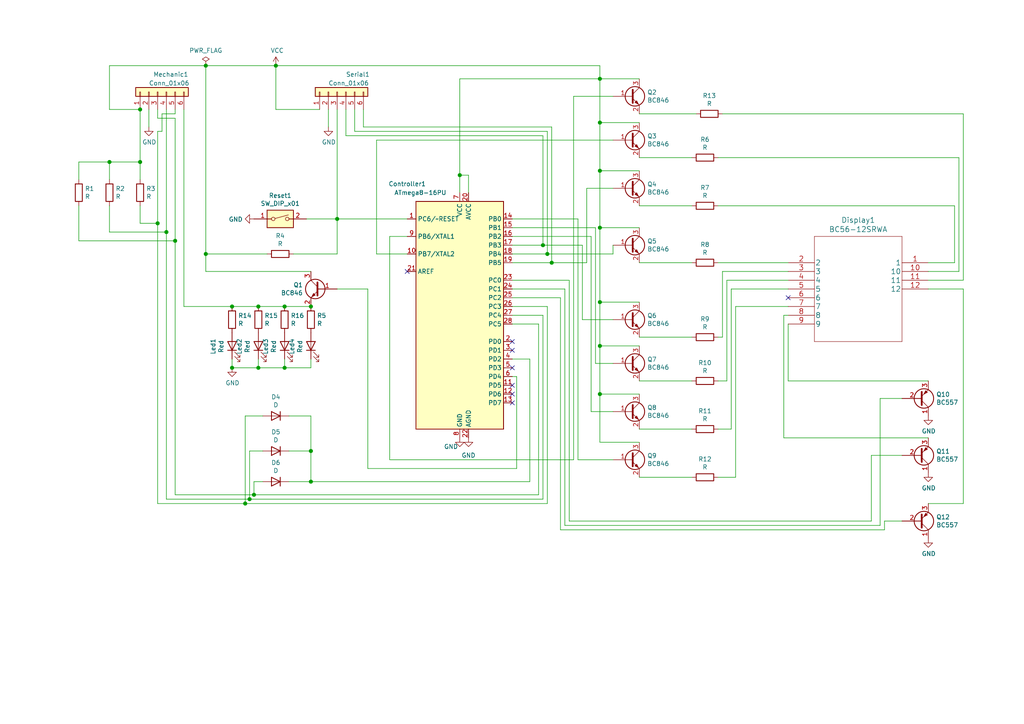
<source format=kicad_sch>
(kicad_sch (version 20210621) (generator eeschema)
  (paper "A4")
  (title_block (title "Avr Timer") (date "2022-03-31") (rev "0"))
  (lib_symbols
    (symbol "2022-03-31_18-42-15:BC56-12SRWA" (pin_names (offset 0.254))
      (property "Reference" "LED" (at 20.32 12.7 0))
      (property "Value" "BC56-12SRWA" (at 20.32 10.16 0))
      (symbol "BC56-12SRWA_1_1"
        (polyline (pts (xy 7.62 -22.86) (xy 33.02 -22.86)) (stroke (width 0.127)))
        (polyline (pts (xy 7.62 7.62) (xy 7.62 -22.86)) (stroke (width 0.127)))
        (polyline (pts (xy 33.02 -22.86) (xy 33.02 7.62)) (stroke (width 0.127)))
        (polyline (pts (xy 33.02 7.62) (xy 7.62 7.62)) (stroke (width 0.127)))
        (pin unspecified line (at 40.64 0 180) (length 7.62) (name "1") (number "1"))
        (pin unspecified line (at 40.64 -2.54 180) (length 7.62) (name "10") (number "10"))
        (pin unspecified line (at 40.64 -5.08 180) (length 7.62) (name "11") (number "11"))
        (pin unspecified line (at 40.64 -7.62 180) (length 7.62) (name "12") (number "12"))
        (pin unspecified line (at 0 0 0) (length 7.62) (name "2") (number "2"))
        (pin unspecified line (at 0 -2.54 0) (length 7.62) (name "3") (number "3"))
        (pin unspecified line (at 0 -5.08 0) (length 7.62) (name "4") (number "4"))
        (pin unspecified line (at 0 -7.62 0) (length 7.62) (name "5") (number "5"))
        (pin unspecified line (at 0 -10.16 0) (length 7.62) (name "6") (number "6"))
        (pin unspecified line (at 0 -12.7 0) (length 7.62) (name "7") (number "7"))
        (pin unspecified line (at 0 -15.24 0) (length 7.62) (name "8") (number "8"))
        (pin unspecified line (at 0 -17.78 0) (length 7.62) (name "9") (number "9"))
      )
    )
    (symbol "AvrTimer-rescue:ATmega8-16PU-MCU_Microchip_ATmega"
      (property "Reference" "U" (at -12.7 34.29 0))
      (property "Value" "ATmega8-16PU-MCU_Microchip_ATmega" (at 5.08 -34.29 0))
      (symbol "ATmega8-16PU-MCU_Microchip_ATmega_0_1"
        (rectangle (start -12.7 -33.02) (end 12.7 33.02) (stroke (width 0.254)) (fill (type background)))
      )
      (symbol "ATmega8-16PU-MCU_Microchip_ATmega_1_1"
        (pin bidirectional line (at -15.24 27.94 0) (length 2.54) (name "PC6/~RESET") (number "1"))
        (pin bidirectional line (at -15.24 17.78 0) (length 2.54) (name "PB7/XTAL2") (number "10"))
        (pin bidirectional line (at 15.24 -20.32 180) (length 2.54) (name "PD5") (number "11"))
        (pin bidirectional line (at 15.24 -22.86 180) (length 2.54) (name "PD6") (number "12"))
        (pin bidirectional line (at 15.24 -25.4 180) (length 2.54) (name "PD7") (number "13"))
        (pin bidirectional line (at 15.24 27.94 180) (length 2.54) (name "PB0") (number "14"))
        (pin bidirectional line (at 15.24 25.4 180) (length 2.54) (name "PB1") (number "15"))
        (pin bidirectional line (at 15.24 22.86 180) (length 2.54) (name "PB2") (number "16"))
        (pin bidirectional line (at 15.24 20.32 180) (length 2.54) (name "PB3") (number "17"))
        (pin bidirectional line (at 15.24 17.78 180) (length 2.54) (name "PB4") (number "18"))
        (pin bidirectional line (at 15.24 15.24 180) (length 2.54) (name "PB5") (number "19"))
        (pin bidirectional line (at 15.24 -7.62 180) (length 2.54) (name "PD0") (number "2"))
        (pin power_in line (at 2.54 35.56 270) (length 2.54) (name "AVCC") (number "20"))
        (pin passive line (at -15.24 12.7 0) (length 2.54) (name "AREF") (number "21"))
        (pin power_in line (at 2.54 -35.56 90) (length 2.54) (name "AGND") (number "22"))
        (pin bidirectional line (at 15.24 10.16 180) (length 2.54) (name "PC0") (number "23"))
        (pin bidirectional line (at 15.24 7.62 180) (length 2.54) (name "PC1") (number "24"))
        (pin bidirectional line (at 15.24 5.08 180) (length 2.54) (name "PC2") (number "25"))
        (pin bidirectional line (at 15.24 2.54 180) (length 2.54) (name "PC3") (number "26"))
        (pin bidirectional line (at 15.24 0 180) (length 2.54) (name "PC4") (number "27"))
        (pin bidirectional line (at 15.24 -2.54 180) (length 2.54) (name "PC5") (number "28"))
        (pin bidirectional line (at 15.24 -10.16 180) (length 2.54) (name "PD1") (number "3"))
        (pin bidirectional line (at 15.24 -12.7 180) (length 2.54) (name "PD2") (number "4"))
        (pin bidirectional line (at 15.24 -15.24 180) (length 2.54) (name "PD3") (number "5"))
        (pin bidirectional line (at 15.24 -17.78 180) (length 2.54) (name "PD4") (number "6"))
        (pin power_in line (at 0 35.56 270) (length 2.54) (name "VCC") (number "7"))
        (pin power_in line (at 0 -35.56 90) (length 2.54) (name "GND") (number "8"))
        (pin bidirectional line (at -15.24 22.86 0) (length 2.54) (name "PB6/XTAL1") (number "9"))
      )
    )
    (symbol "AvrTimer-rescue:BC557-Transistor_BJT" (pin_names (offset 0) hide)
      (property "Reference" "Q" (at 5.08 1.905 0))
      (property "Value" "BC557-Transistor_BJT" (at 5.08 0 0))
      (symbol "BC557-Transistor_BJT_0_1"
        (circle (center 1.27 0) (radius 2.8194) (stroke (width 0.254)))
        (polyline (pts (xy 0.635 0.635) (xy 2.54 2.54)))
        (polyline (pts (xy 0.635 -0.635) (xy 2.54 -2.54) (xy 2.54 -2.54)))
        (polyline (pts (xy 0.635 1.905) (xy 0.635 -1.905) (xy 0.635 -1.905)) (stroke (width 0.508)))
        (polyline (pts (xy 2.286 -1.778) (xy 1.778 -2.286) (xy 1.27 -1.27) (xy 2.286 -1.778) (xy 2.286 -1.778)) (fill (type outline)))
      )
      (symbol "BC557-Transistor_BJT_1_1"
        (pin passive line (at 2.54 5.08 270) (length 2.54) (name "C") (number "1"))
        (pin input line (at -5.08 0 0) (length 5.715) (name "B") (number "2"))
        (pin passive line (at 2.54 -5.08 90) (length 2.54) (name "E") (number "3"))
      )
    )
    (symbol "AvrTimer-rescue:BC846-Transistor_BJT" (pin_names (offset 0) hide)
      (property "Reference" "Q" (at 5.08 1.905 0))
      (property "Value" "BC846-Transistor_BJT" (at 5.08 0 0))
      (symbol "BC846-Transistor_BJT_0_1"
        (circle (center 1.27 0) (radius 2.8194) (stroke (width 0.254)))
        (polyline (pts (xy 0.635 0.635) (xy 2.54 2.54)))
        (polyline (pts (xy 0.635 -0.635) (xy 2.54 -2.54) (xy 2.54 -2.54)))
        (polyline (pts (xy 0.635 1.905) (xy 0.635 -1.905) (xy 0.635 -1.905)) (stroke (width 0.508)))
        (polyline (pts (xy 1.27 -1.778) (xy 1.778 -1.27) (xy 2.286 -2.286) (xy 1.27 -1.778) (xy 1.27 -1.778)) (fill (type outline)))
      )
      (symbol "BC846-Transistor_BJT_1_1"
        (pin input line (at -5.08 0 0) (length 5.715) (name "B") (number "1"))
        (pin passive line (at 2.54 -5.08 90) (length 2.54) (name "E") (number "2"))
        (pin passive line (at 2.54 5.08 270) (length 2.54) (name "C") (number "3"))
      )
    )
    (symbol "AvrTimer-rescue:Conn_01x06-Connector_Generic" (pin_names (offset 1.016) hide)
      (property "Reference" "J" (at 0 7.62 0))
      (property "Value" "Conn_01x06-Connector_Generic" (at 0 -10.16 0))
      (symbol "Conn_01x06-Connector_Generic_1_1"
        (rectangle (start -1.27 -7.493) (end 0 -7.747) (stroke (width 0.1524)))
        (rectangle (start -1.27 -4.953) (end 0 -5.207) (stroke (width 0.1524)))
        (rectangle (start -1.27 -2.413) (end 0 -2.667) (stroke (width 0.1524)))
        (rectangle (start -1.27 0.127) (end 0 -0.127) (stroke (width 0.1524)))
        (rectangle (start -1.27 2.667) (end 0 2.413) (stroke (width 0.1524)))
        (rectangle (start -1.27 5.207) (end 0 4.953) (stroke (width 0.1524)))
        (rectangle (start -1.27 6.35) (end 1.27 -8.89) (stroke (width 0.254)) (fill (type background)))
        (pin passive line (at -5.08 5.08 0) (length 3.81) (name "Pin_1") (number "1"))
        (pin passive line (at -5.08 2.54 0) (length 3.81) (name "Pin_2") (number "2"))
        (pin passive line (at -5.08 0 0) (length 3.81) (name "Pin_3") (number "3"))
        (pin passive line (at -5.08 -2.54 0) (length 3.81) (name "Pin_4") (number "4"))
        (pin passive line (at -5.08 -5.08 0) (length 3.81) (name "Pin_5") (number "5"))
        (pin passive line (at -5.08 -7.62 0) (length 3.81) (name "Pin_6") (number "6"))
      )
    )
    (symbol "AvrTimer-rescue:D-Device" (pin_numbers hide) (pin_names (offset 1.016) hide)
      (property "Reference" "D" (at 0 2.54 0))
      (property "Value" "D-Device" (at 0 -2.54 0))
      (symbol "D-Device_0_1"
        (polyline (pts (xy -1.27 1.27) (xy -1.27 -1.27)) (stroke (width 0.254)))
        (polyline (pts (xy 1.27 0) (xy -1.27 0)))
        (polyline (pts (xy 1.27 1.27) (xy 1.27 -1.27) (xy -1.27 0) (xy 1.27 1.27)) (stroke (width 0.254)))
      )
      (symbol "D-Device_1_1"
        (pin passive line (at -3.81 0 0) (length 2.54) (name "K") (number "1"))
        (pin passive line (at 3.81 0 180) (length 2.54) (name "A") (number "2"))
      )
    )
    (symbol "AvrTimer-rescue:GND-power" (power) (pin_names (offset 0))
      (property "Value" "GND-power" (at 0 -3.81 0))
      (symbol "GND-power_0_1"
        (polyline (pts (xy 0 0) (xy 0 -1.27) (xy 1.27 -1.27) (xy 0 -2.54) (xy -1.27 -1.27) (xy 0 -1.27)))
      )
      (symbol "GND-power_1_1"
        (pin power_in line (at 0 0 270) (length 0) hide (name "GND") (number "1"))
      )
    )
    (symbol "AvrTimer-rescue:LED-Device" (pin_numbers hide) (pin_names (offset 1.016) hide)
      (property "Reference" "D" (at 0 2.54 0))
      (property "Value" "LED-Device" (at 0 -2.54 0))
      (symbol "LED-Device_0_1"
        (polyline (pts (xy -1.27 -1.27) (xy -1.27 1.27)) (stroke (width 0.254)))
        (polyline (pts (xy -1.27 0) (xy 1.27 0)))
        (polyline (pts (xy 1.27 -1.27) (xy 1.27 1.27) (xy -1.27 0) (xy 1.27 -1.27)) (stroke (width 0.254)))
        (polyline (pts (xy -3.048 -0.762) (xy -4.572 -2.286) (xy -3.81 -2.286) (xy -4.572 -2.286) (xy -4.572 -1.524)))
        (polyline (pts (xy -1.778 -0.762) (xy -3.302 -2.286) (xy -2.54 -2.286) (xy -3.302 -2.286) (xy -3.302 -1.524)))
      )
      (symbol "LED-Device_1_1"
        (pin passive line (at -3.81 0 0) (length 2.54) (name "K") (number "1"))
        (pin passive line (at 3.81 0 180) (length 2.54) (name "A") (number "2"))
      )
    )
    (symbol "AvrTimer-rescue:PWR_FLAG-power" (power) (pin_numbers hide) (pin_names (offset 0) hide)
      (property "Value" "PWR_FLAG-power" (at 0 3.81 0))
      (symbol "PWR_FLAG-power_0_0"
        (pin power_out line (at 0 0 90) (length 0) (name "pwr") (number "1"))
      )
      (symbol "PWR_FLAG-power_0_1"
        (polyline (pts (xy 0 0) (xy 0 1.27) (xy -1.016 1.905) (xy 0 2.54) (xy 1.016 1.905) (xy 0 1.27)))
      )
    )
    (symbol "AvrTimer-rescue:R-Device" (pin_numbers hide) (pin_names (offset 0))
      (property "Reference" "R" (at 2.032 0 90))
      (property "Value" "R-Device" (at 0 0 90))
      (symbol "R-Device_0_1"
        (rectangle (start -1.016 -2.54) (end 1.016 2.54) (stroke (width 0.254)))
      )
      (symbol "R-Device_1_1"
        (pin passive line (at 0 3.81 270) (length 1.27) (name "~") (number "1"))
        (pin passive line (at 0 -3.81 90) (length 1.27) (name "~") (number "2"))
      )
    )
    (symbol "AvrTimer-rescue:SW_DIP_x01-Switch" (pin_names (offset 0) hide)
      (property "Reference" "SW" (at 0 3.81 0))
      (property "Value" "SW_DIP_x01-Switch" (at 0 -3.81 0))
      (symbol "SW_DIP_x01-Switch_0_0"
        (circle (center -2.032 0) (radius 0.508))
        (circle (center 2.032 0) (radius 0.508))
        (polyline (pts (xy -1.524 0.127) (xy 2.3622 1.1684)))
      )
      (symbol "SW_DIP_x01-Switch_0_1"
        (rectangle (start -3.81 2.54) (end 3.81 -2.54) (stroke (width 0.254)) (fill (type background)))
      )
      (symbol "SW_DIP_x01-Switch_1_1"
        (pin passive line (at -7.62 0 0) (length 5.08) (name "~") (number "1"))
        (pin passive line (at 7.62 0 180) (length 5.08) (name "~") (number "2"))
      )
    )
    (symbol "AvrTimer-rescue:VCC-power" (power) (pin_names (offset 0))
      (property "Value" "VCC-power" (at 0 3.81 0))
      (symbol "VCC-power_0_1"
        (polyline (pts (xy -0.762 1.27) (xy 0 2.54)))
        (polyline (pts (xy 0 0) (xy 0 2.54)))
        (polyline (pts (xy 0 2.54) (xy 0.762 1.27)))
      )
      (symbol "VCC-power_1_1"
        (pin power_in line (at 0 0 90) (length 0) hide (name "VCC") (number "1"))
      )
    )
    (symbol "power:GND" (power) (pin_names (offset 0))
      (property "Value" "GND" (at 0 -3.81 0))
      (symbol "GND_0_1"
        (polyline (pts (xy 0 0) (xy 0 -1.27) (xy 1.27 -1.27) (xy 0 -2.54) (xy -1.27 -1.27) (xy 0 -1.27)))
      )
      (symbol "GND_1_1"
        (pin power_in line (at 0 0 270) (length 0) hide (name "GND") (number "1"))
      )
    )
  )
  (junction (at 31.75 46.99) (diameter 1.016))
  (junction (at 40.64 31.75) (diameter 1.016))
  (junction (at 40.64 46.99) (diameter 1.016))
  (junction (at 45.72 64.77) (diameter 1.016))
  (junction (at 48.26 67.31) (diameter 1.016))
  (junction (at 50.8 69.85) (diameter 1.016))
  (junction (at 59.69 19.05) (diameter 1.016))
  (junction (at 59.69 73.66) (diameter 1.016))
  (junction (at 67.31 88.9) (diameter 1.016))
  (junction (at 67.31 106.68) (diameter 1.016))
  (junction (at 71.12 146.05) (diameter 1.016))
  (junction (at 72.39 144.78) (diameter 1.016))
  (junction (at 73.66 143.51) (diameter 1.016))
  (junction (at 74.93 88.9) (diameter 1.016))
  (junction (at 74.93 106.68) (diameter 1.016))
  (junction (at 80.01 19.05) (diameter 1.016))
  (junction (at 82.55 88.9) (diameter 1.016))
  (junction (at 82.55 106.68) (diameter 1.016))
  (junction (at 90.17 88.9) (diameter 1.016))
  (junction (at 90.17 130.81) (diameter 1.016))
  (junction (at 90.17 139.7) (diameter 1.016))
  (junction (at 97.79 63.5) (diameter 1.016))
  (junction (at 133.35 50.8) (diameter 1.016))
  (junction (at 157.48 71.12) (diameter 1.016))
  (junction (at 158.75 73.66) (diameter 1.016))
  (junction (at 160.02 76.2) (diameter 1.016))
  (junction (at 173.99 22.86) (diameter 1.016))
  (junction (at 173.99 35.56) (diameter 1.016))
  (junction (at 173.99 49.53) (diameter 1.016))
  (junction (at 173.99 66.04) (diameter 1.016))
  (junction (at 173.99 87.63) (diameter 1.016))
  (junction (at 173.99 100.33) (diameter 1.016))
  (junction (at 173.99 114.3) (diameter 1.016))
  (no_connect (at 118.11 78.74))
  (no_connect (at 148.59 99.06))
  (no_connect (at 148.59 101.6))
  (no_connect (at 148.59 106.68))
  (no_connect (at 148.59 111.76))
  (no_connect (at 148.59 114.3))
  (no_connect (at 148.59 116.84))
  (no_connect (at 228.6 86.36))
  (wire (pts (xy 22.86 46.99) (xy 22.86 52.07)))
  (wire (pts (xy 22.86 59.69) (xy 22.86 69.85)))
  (wire (pts (xy 22.86 69.85) (xy 50.8 69.85)))
  (wire (pts (xy 31.75 19.05) (xy 59.69 19.05)))
  (wire (pts (xy 31.75 31.75) (xy 31.75 19.05)))
  (wire (pts (xy 31.75 46.99) (xy 22.86 46.99)))
  (wire (pts (xy 31.75 46.99) (xy 31.75 52.07)))
  (wire (pts (xy 31.75 46.99) (xy 40.64 46.99)))
  (wire (pts (xy 31.75 59.69) (xy 31.75 67.31)))
  (wire (pts (xy 31.75 67.31) (xy 48.26 67.31)))
  (wire (pts (xy 40.64 31.75) (xy 31.75 31.75)))
  (wire (pts (xy 40.64 31.75) (xy 40.64 46.99)))
  (wire (pts (xy 40.64 46.99) (xy 40.64 52.07)))
  (wire (pts (xy 40.64 59.69) (xy 40.64 64.77)))
  (wire (pts (xy 40.64 64.77) (xy 45.72 64.77)))
  (wire (pts (xy 43.18 31.75) (xy 43.18 36.83)))
  (wire (pts (xy 45.72 31.75) (xy 45.72 34.29)))
  (wire (pts (xy 45.72 34.29) (xy 50.8 34.29)))
  (wire (pts (xy 45.72 38.1) (xy 45.72 64.77)))
  (wire (pts (xy 45.72 38.1) (xy 46.99 38.1)))
  (wire (pts (xy 45.72 64.77) (xy 45.72 146.05)))
  (wire (pts (xy 45.72 146.05) (xy 71.12 146.05)))
  (wire (pts (xy 46.99 33.02) (xy 50.8 33.02)))
  (wire (pts (xy 46.99 38.1) (xy 46.99 33.02)))
  (wire (pts (xy 48.26 31.75) (xy 48.26 67.31)))
  (wire (pts (xy 48.26 67.31) (xy 48.26 144.78)))
  (wire (pts (xy 48.26 144.78) (xy 72.39 144.78)))
  (wire (pts (xy 50.8 31.75) (xy 50.8 33.02)))
  (wire (pts (xy 50.8 34.29) (xy 50.8 69.85)))
  (wire (pts (xy 50.8 69.85) (xy 50.8 143.51)))
  (wire (pts (xy 50.8 143.51) (xy 73.66 143.51)))
  (wire (pts (xy 53.34 88.9) (xy 53.34 31.75)))
  (wire (pts (xy 53.34 88.9) (xy 67.31 88.9)))
  (wire (pts (xy 59.69 19.05) (xy 80.01 19.05)))
  (wire (pts (xy 59.69 73.66) (xy 59.69 19.05)))
  (wire (pts (xy 59.69 73.66) (xy 59.69 78.74)))
  (wire (pts (xy 59.69 78.74) (xy 90.17 78.74)))
  (wire (pts (xy 67.31 88.9) (xy 74.93 88.9)))
  (wire (pts (xy 67.31 104.14) (xy 67.31 106.68)))
  (wire (pts (xy 71.12 120.65) (xy 71.12 146.05)))
  (wire (pts (xy 71.12 120.65) (xy 76.2 120.65)))
  (wire (pts (xy 71.12 146.05) (xy 158.75 146.05)))
  (wire (pts (xy 72.39 130.81) (xy 72.39 144.78)))
  (wire (pts (xy 72.39 130.81) (xy 76.2 130.81)))
  (wire (pts (xy 72.39 144.78) (xy 157.48 144.78)))
  (wire (pts (xy 73.66 139.7) (xy 73.66 143.51)))
  (wire (pts (xy 73.66 139.7) (xy 76.2 139.7)))
  (wire (pts (xy 73.66 143.51) (xy 156.21 143.51)))
  (wire (pts (xy 74.93 88.9) (xy 82.55 88.9)))
  (wire (pts (xy 74.93 104.14) (xy 74.93 106.68)))
  (wire (pts (xy 74.93 106.68) (xy 67.31 106.68)))
  (wire (pts (xy 77.47 73.66) (xy 59.69 73.66)))
  (wire (pts (xy 80.01 19.05) (xy 173.99 19.05)))
  (wire (pts (xy 80.01 31.75) (xy 80.01 19.05)))
  (wire (pts (xy 82.55 88.9) (xy 90.17 88.9)))
  (wire (pts (xy 82.55 104.14) (xy 82.55 106.68)))
  (wire (pts (xy 82.55 106.68) (xy 74.93 106.68)))
  (wire (pts (xy 83.82 120.65) (xy 90.17 120.65)))
  (wire (pts (xy 83.82 130.81) (xy 90.17 130.81)))
  (wire (pts (xy 85.09 73.66) (xy 97.79 73.66)))
  (wire (pts (xy 88.9 63.5) (xy 97.79 63.5)))
  (wire (pts (xy 90.17 104.14) (xy 90.17 106.68)))
  (wire (pts (xy 90.17 106.68) (xy 82.55 106.68)))
  (wire (pts (xy 90.17 120.65) (xy 90.17 130.81)))
  (wire (pts (xy 90.17 130.81) (xy 90.17 139.7)))
  (wire (pts (xy 90.17 139.7) (xy 83.82 139.7)))
  (wire (pts (xy 90.17 139.7) (xy 153.67 139.7)))
  (wire (pts (xy 92.71 31.75) (xy 80.01 31.75)))
  (wire (pts (xy 95.25 31.75) (xy 95.25 36.83)))
  (wire (pts (xy 97.79 31.75) (xy 97.79 63.5)))
  (wire (pts (xy 97.79 63.5) (xy 118.11 63.5)))
  (wire (pts (xy 97.79 73.66) (xy 97.79 63.5)))
  (wire (pts (xy 100.33 39.37) (xy 100.33 31.75)))
  (wire (pts (xy 102.87 38.1) (xy 102.87 31.75)))
  (wire (pts (xy 105.41 36.83) (xy 105.41 31.75)))
  (wire (pts (xy 106.68 83.82) (xy 97.79 83.82)))
  (wire (pts (xy 106.68 83.82) (xy 106.68 135.89)))
  (wire (pts (xy 109.22 40.64) (xy 177.8 40.64)))
  (wire (pts (xy 109.22 73.66) (xy 109.22 40.64)))
  (wire (pts (xy 109.22 73.66) (xy 118.11 73.66)))
  (wire (pts (xy 113.03 68.58) (xy 113.03 133.35)))
  (wire (pts (xy 113.03 133.35) (xy 166.37 133.35)))
  (wire (pts (xy 118.11 68.58) (xy 113.03 68.58)))
  (wire (pts (xy 133.35 22.86) (xy 173.99 22.86)))
  (wire (pts (xy 133.35 50.8) (xy 133.35 22.86)))
  (wire (pts (xy 133.35 50.8) (xy 135.89 50.8)))
  (wire (pts (xy 133.35 55.88) (xy 133.35 50.8)))
  (wire (pts (xy 135.89 50.8) (xy 135.89 55.88)))
  (wire (pts (xy 148.59 63.5) (xy 167.64 63.5)))
  (wire (pts (xy 148.59 66.04) (xy 172.72 66.04)))
  (wire (pts (xy 148.59 68.58) (xy 171.45 68.58)))
  (wire (pts (xy 148.59 71.12) (xy 157.48 71.12)))
  (wire (pts (xy 148.59 73.66) (xy 158.75 73.66)))
  (wire (pts (xy 148.59 76.2) (xy 160.02 76.2)))
  (wire (pts (xy 148.59 81.28) (xy 165.1 81.28)))
  (wire (pts (xy 148.59 83.82) (xy 163.83 83.82)))
  (wire (pts (xy 148.59 86.36) (xy 162.56 86.36)))
  (wire (pts (xy 148.59 109.22) (xy 149.86 109.22)))
  (wire (pts (xy 149.86 109.22) (xy 149.86 135.89)))
  (wire (pts (xy 149.86 135.89) (xy 106.68 135.89)))
  (wire (pts (xy 153.67 104.14) (xy 148.59 104.14)))
  (wire (pts (xy 153.67 104.14) (xy 153.67 139.7)))
  (wire (pts (xy 156.21 93.98) (xy 148.59 93.98)))
  (wire (pts (xy 156.21 143.51) (xy 156.21 93.98)))
  (wire (pts (xy 157.48 39.37) (xy 100.33 39.37)))
  (wire (pts (xy 157.48 71.12) (xy 157.48 39.37)))
  (wire (pts (xy 157.48 71.12) (xy 168.91 71.12)))
  (wire (pts (xy 157.48 91.44) (xy 148.59 91.44)))
  (wire (pts (xy 157.48 144.78) (xy 157.48 91.44)))
  (wire (pts (xy 158.75 38.1) (xy 102.87 38.1)))
  (wire (pts (xy 158.75 73.66) (xy 158.75 38.1)))
  (wire (pts (xy 158.75 73.66) (xy 177.8 73.66)))
  (wire (pts (xy 158.75 88.9) (xy 148.59 88.9)))
  (wire (pts (xy 158.75 146.05) (xy 158.75 88.9)))
  (wire (pts (xy 160.02 36.83) (xy 105.41 36.83)))
  (wire (pts (xy 160.02 36.83) (xy 160.02 76.2)))
  (wire (pts (xy 160.02 76.2) (xy 170.18 76.2)))
  (wire (pts (xy 162.56 86.36) (xy 162.56 153.67)))
  (wire (pts (xy 162.56 153.67) (xy 256.54 153.67)))
  (wire (pts (xy 163.83 83.82) (xy 163.83 152.4)))
  (wire (pts (xy 163.83 152.4) (xy 255.27 152.4)))
  (wire (pts (xy 165.1 81.28) (xy 165.1 151.13)))
  (wire (pts (xy 165.1 151.13) (xy 252.73 151.13)))
  (wire (pts (xy 166.37 27.94) (xy 166.37 133.35)))
  (wire (pts (xy 166.37 27.94) (xy 177.8 27.94)))
  (wire (pts (xy 167.64 63.5) (xy 167.64 133.35)))
  (wire (pts (xy 167.64 133.35) (xy 177.8 133.35)))
  (wire (pts (xy 168.91 71.12) (xy 168.91 92.71)))
  (wire (pts (xy 168.91 92.71) (xy 177.8 92.71)))
  (wire (pts (xy 170.18 54.61) (xy 177.8 54.61)))
  (wire (pts (xy 170.18 76.2) (xy 170.18 54.61)))
  (wire (pts (xy 171.45 68.58) (xy 171.45 119.38)))
  (wire (pts (xy 171.45 119.38) (xy 177.8 119.38)))
  (wire (pts (xy 172.72 66.04) (xy 172.72 105.41)))
  (wire (pts (xy 172.72 105.41) (xy 177.8 105.41)))
  (wire (pts (xy 173.99 19.05) (xy 173.99 22.86)))
  (wire (pts (xy 173.99 22.86) (xy 173.99 35.56)))
  (wire (pts (xy 173.99 22.86) (xy 185.42 22.86)))
  (wire (pts (xy 173.99 35.56) (xy 173.99 49.53)))
  (wire (pts (xy 173.99 35.56) (xy 185.42 35.56)))
  (wire (pts (xy 173.99 49.53) (xy 173.99 66.04)))
  (wire (pts (xy 173.99 49.53) (xy 185.42 49.53)))
  (wire (pts (xy 173.99 66.04) (xy 173.99 87.63)))
  (wire (pts (xy 173.99 66.04) (xy 185.42 66.04)))
  (wire (pts (xy 173.99 87.63) (xy 173.99 100.33)))
  (wire (pts (xy 173.99 87.63) (xy 185.42 87.63)))
  (wire (pts (xy 173.99 100.33) (xy 173.99 114.3)))
  (wire (pts (xy 173.99 100.33) (xy 185.42 100.33)))
  (wire (pts (xy 173.99 114.3) (xy 173.99 128.27)))
  (wire (pts (xy 173.99 114.3) (xy 185.42 114.3)))
  (wire (pts (xy 173.99 128.27) (xy 185.42 128.27)))
  (wire (pts (xy 177.8 73.66) (xy 177.8 71.12)))
  (wire (pts (xy 185.42 33.02) (xy 201.93 33.02)))
  (wire (pts (xy 185.42 45.72) (xy 200.66 45.72)))
  (wire (pts (xy 185.42 59.69) (xy 200.66 59.69)))
  (wire (pts (xy 185.42 76.2) (xy 200.66 76.2)))
  (wire (pts (xy 185.42 97.79) (xy 200.66 97.79)))
  (wire (pts (xy 185.42 110.49) (xy 200.66 110.49)))
  (wire (pts (xy 185.42 124.46) (xy 200.66 124.46)))
  (wire (pts (xy 185.42 138.43) (xy 200.66 138.43)))
  (wire (pts (xy 208.28 45.72) (xy 278.13 45.72)))
  (wire (pts (xy 208.28 59.69) (xy 276.86 59.69)))
  (wire (pts (xy 208.28 76.2) (xy 228.6 76.2)))
  (wire (pts (xy 208.28 97.79) (xy 209.55 97.79)))
  (wire (pts (xy 208.28 110.49) (xy 210.82 110.49)))
  (wire (pts (xy 208.28 124.46) (xy 212.09 124.46)))
  (wire (pts (xy 208.28 138.43) (xy 213.36 138.43)))
  (wire (pts (xy 209.55 33.02) (xy 279.4 33.02)))
  (wire (pts (xy 209.55 78.74) (xy 228.6 78.74)))
  (wire (pts (xy 209.55 97.79) (xy 209.55 78.74)))
  (wire (pts (xy 210.82 81.28) (xy 228.6 81.28)))
  (wire (pts (xy 210.82 110.49) (xy 210.82 81.28)))
  (wire (pts (xy 212.09 83.82) (xy 228.6 83.82)))
  (wire (pts (xy 212.09 124.46) (xy 212.09 83.82)))
  (wire (pts (xy 213.36 88.9) (xy 228.6 88.9)))
  (wire (pts (xy 213.36 138.43) (xy 213.36 88.9)))
  (wire (pts (xy 227.33 91.44) (xy 227.33 127)))
  (wire (pts (xy 227.33 127) (xy 269.24 127)))
  (wire (pts (xy 228.6 91.44) (xy 227.33 91.44)))
  (wire (pts (xy 228.6 93.98) (xy 228.6 110.49)))
  (wire (pts (xy 228.6 110.49) (xy 269.24 110.49)))
  (wire (pts (xy 252.73 132.08) (xy 252.73 151.13)))
  (wire (pts (xy 252.73 132.08) (xy 261.62 132.08)))
  (wire (pts (xy 255.27 115.57) (xy 261.62 115.57)))
  (wire (pts (xy 255.27 152.4) (xy 255.27 115.57)))
  (wire (pts (xy 256.54 151.13) (xy 261.62 151.13)))
  (wire (pts (xy 256.54 153.67) (xy 256.54 151.13)))
  (wire (pts (xy 269.24 83.82) (xy 279.4 83.82)))
  (wire (pts (xy 276.86 59.69) (xy 276.86 76.2)))
  (wire (pts (xy 276.86 76.2) (xy 269.24 76.2)))
  (wire (pts (xy 278.13 45.72) (xy 278.13 78.74)))
  (wire (pts (xy 278.13 78.74) (xy 269.24 78.74)))
  (wire (pts (xy 279.4 33.02) (xy 279.4 81.28)))
  (wire (pts (xy 279.4 81.28) (xy 269.24 81.28)))
  (wire (pts (xy 279.4 83.82) (xy 279.4 146.05)))
  (wire (pts (xy 279.4 146.05) (xy 269.24 146.05)))
  (symbol (lib_id "AvrTimer-rescue:VCC-power") (at 80.01 19.05 0) (unit 1)
    (property "Reference" "#PWR0107" (effects hide))
    (property "Value" "VCC" (at 80.391 14.6558 0))
  )
  (symbol (lib_id "AvrTimer-rescue:PWR_FLAG-power") (at 59.69 19.05 0) (unit 1)
    (property "Reference" "#FLG0101" (effects hide))
    (property "Value" "PWR_FLAG" (at 59.69 14.6558 0))
  )
  (symbol (lib_id "AvrTimer-rescue:GND-power") (at 43.18 36.83 0) (unit 1)
    (property "Reference" "#PWR0104" (effects hide))
    (property "Value" "GND" (at 43.307 41.2242 0))
  )
  (symbol (lib_id "AvrTimer-rescue:GND-power") (at 67.31 106.68 0) (unit 1)
    (property "Reference" "#PWR0106" (effects hide))
    (property "Value" "GND" (at 67.437 111.0742 0))
  )
  (symbol (lib_id "AvrTimer-rescue:GND-power") (at 73.66 63.5 270) (unit 1)
    (property "Reference" "#PWR0105" (effects hide))
    (property "Value" "GND" (at 70.4088 63.627 90) (effects (justify right)))
  )
  (symbol (lib_id "AvrTimer-rescue:GND-power") (at 95.25 36.83 0) (unit 1)
    (property "Reference" "#PWR0108" (effects hide))
    (property "Value" "GND" (at 95.377 41.2242 0))
  )
  (symbol (lib_id "AvrTimer-rescue:GND-power") (at 133.35 127 0) (unit 1)
    (property "Reference" "#PWR0109" (effects hide))
    (property "Value" "GND" (at 130.81 129.54 0))
  )
  (symbol (lib_id "power:GND") (at 135.89 127 0) (unit 1)
    (property "Reference" "#PWR0110" (effects hide))
    (property "Value" "GND" (at 135.89 132.08 0))
  )
  (symbol (lib_id "AvrTimer-rescue:GND-power") (at 269.24 120.65 0) (unit 1)
    (property "Reference" "#PWR0103" (effects hide))
    (property "Value" "GND" (at 269.367 125.0442 0))
  )
  (symbol (lib_id "AvrTimer-rescue:GND-power") (at 269.24 137.16 0) (unit 1)
    (property "Reference" "#PWR0102" (effects hide))
    (property "Value" "GND" (at 269.367 141.5542 0))
  )
  (symbol (lib_id "AvrTimer-rescue:GND-power") (at 269.24 156.21 0) (unit 1)
    (property "Reference" "#PWR0101" (effects hide))
    (property "Value" "GND" (at 269.367 160.6042 0))
  )
  (symbol (lib_id "AvrTimer-rescue:R-Device") (at 22.86 55.88 0) (unit 1)
    (property "Reference" "R1" (at 24.638 54.7116 0) (effects (justify left)))
    (property "Value" "R" (at 24.638 57.023 0) (effects (justify left)))
    (property "Footprint" "Resistor_SMD:R_1206_3216Metric_Pad1.30x1.75mm_HandSolder" (effects hide))
  )
  (symbol (lib_id "AvrTimer-rescue:R-Device") (at 31.75 55.88 0) (unit 1)
    (property "Reference" "R2" (at 33.528 54.7116 0) (effects (justify left)))
    (property "Value" "R" (at 33.528 57.023 0) (effects (justify left)))
    (property "Footprint" "Resistor_SMD:R_1206_3216Metric_Pad1.30x1.75mm_HandSolder" (effects hide))
  )
  (symbol (lib_id "AvrTimer-rescue:R-Device") (at 40.64 55.88 0) (unit 1)
    (property "Reference" "R3" (at 42.418 54.7116 0) (effects (justify left)))
    (property "Value" "R" (at 42.418 57.023 0) (effects (justify left)))
    (property "Footprint" "Resistor_SMD:R_1206_3216Metric_Pad1.30x1.75mm_HandSolder" (effects hide))
  )
  (symbol (lib_id "AvrTimer-rescue:R-Device") (at 67.31 92.71 0) (unit 1)
    (property "Reference" "R14" (at 69.088 91.5416 0) (effects (justify left)))
    (property "Value" "R" (at 69.088 93.853 0) (effects (justify left)))
    (property "Footprint" "Resistor_SMD:R_1206_3216Metric_Pad1.30x1.75mm_HandSolder" (effects hide))
  )
  (symbol (lib_id "AvrTimer-rescue:R-Device") (at 74.93 92.71 0) (unit 1)
    (property "Reference" "R15" (at 76.708 91.5416 0) (effects (justify left)))
    (property "Value" "R" (at 76.708 93.853 0) (effects (justify left)))
    (property "Footprint" "Resistor_SMD:R_1206_3216Metric_Pad1.30x1.75mm_HandSolder" (effects hide))
  )
  (symbol (lib_id "AvrTimer-rescue:R-Device") (at 81.28 73.66 270) (unit 1)
    (property "Reference" "R4" (at 81.28 68.4022 90))
    (property "Value" "R" (at 81.28 70.7136 90))
    (property "Footprint" "Resistor_SMD:R_1206_3216Metric_Pad1.30x1.75mm_HandSolder" (effects hide))
  )
  (symbol (lib_id "AvrTimer-rescue:R-Device") (at 82.55 92.71 0) (unit 1)
    (property "Reference" "R16" (at 84.328 91.5416 0) (effects (justify left)))
    (property "Value" "R" (at 84.328 93.853 0) (effects (justify left)))
    (property "Footprint" "Resistor_SMD:R_1206_3216Metric_Pad1.30x1.75mm_HandSolder" (effects hide))
  )
  (symbol (lib_id "AvrTimer-rescue:R-Device") (at 90.17 92.71 0) (unit 1)
    (property "Reference" "R5" (at 91.948 91.5416 0) (effects (justify left)))
    (property "Value" "R" (at 91.948 93.853 0) (effects (justify left)))
    (property "Footprint" "Resistor_SMD:R_1206_3216Metric_Pad1.30x1.75mm_HandSolder" (effects hide))
  )
  (symbol (lib_id "AvrTimer-rescue:R-Device") (at 204.47 45.72 270) (unit 1)
    (property "Reference" "R6" (at 204.47 40.4622 90))
    (property "Value" "R" (at 204.47 42.7736 90))
    (property "Footprint" "Resistor_SMD:R_1206_3216Metric_Pad1.30x1.75mm_HandSolder" (effects hide))
  )
  (symbol (lib_id "AvrTimer-rescue:R-Device") (at 204.47 59.69 270) (unit 1)
    (property "Reference" "R7" (at 204.47 54.4322 90))
    (property "Value" "R" (at 204.47 56.7436 90))
    (property "Footprint" "Resistor_SMD:R_1206_3216Metric_Pad1.30x1.75mm_HandSolder" (effects hide))
  )
  (symbol (lib_id "AvrTimer-rescue:R-Device") (at 204.47 76.2 270) (unit 1)
    (property "Reference" "R8" (at 204.47 70.9422 90))
    (property "Value" "R" (at 204.47 73.2536 90))
    (property "Footprint" "Resistor_SMD:R_1206_3216Metric_Pad1.30x1.75mm_HandSolder" (effects hide))
  )
  (symbol (lib_id "AvrTimer-rescue:R-Device") (at 204.47 97.79 270) (unit 1)
    (property "Reference" "R9" (at 204.47 92.5322 90))
    (property "Value" "R" (at 204.47 94.8436 90))
    (property "Footprint" "Resistor_SMD:R_1206_3216Metric_Pad1.30x1.75mm_HandSolder" (effects hide))
  )
  (symbol (lib_id "AvrTimer-rescue:R-Device") (at 204.47 110.49 270) (unit 1)
    (property "Reference" "R10" (at 204.47 105.2322 90))
    (property "Value" "R" (at 204.47 107.5436 90))
    (property "Footprint" "Resistor_SMD:R_1206_3216Metric_Pad1.30x1.75mm_HandSolder" (effects hide))
  )
  (symbol (lib_id "AvrTimer-rescue:R-Device") (at 204.47 124.46 270) (unit 1)
    (property "Reference" "R11" (at 204.47 119.2022 90))
    (property "Value" "R" (at 204.47 121.5136 90))
    (property "Footprint" "Resistor_SMD:R_1206_3216Metric_Pad1.30x1.75mm_HandSolder" (effects hide))
  )
  (symbol (lib_id "AvrTimer-rescue:R-Device") (at 204.47 138.43 270) (unit 1)
    (property "Reference" "R12" (at 204.47 133.1722 90))
    (property "Value" "R" (at 204.47 135.4836 90))
    (property "Footprint" "Resistor_SMD:R_1206_3216Metric_Pad1.30x1.75mm_HandSolder" (effects hide))
  )
  (symbol (lib_id "AvrTimer-rescue:R-Device") (at 205.74 33.02 270) (unit 1)
    (property "Reference" "R13" (at 205.74 27.7622 90))
    (property "Value" "R" (at 205.74 30.0736 90))
    (property "Footprint" "Resistor_SMD:R_1206_3216Metric_Pad1.30x1.75mm_HandSolder" (effects hide))
  )
  (symbol (lib_id "AvrTimer-rescue:D-Device") (at 80.01 120.65 0) (mirror y) (unit 1)
    (property "Reference" "D4" (at 80.01 115.1382 0))
    (property "Value" "D" (at 80.01 117.4496 0))
    (property "Footprint" "Diode_SMD:D_SOD-123F" (effects hide))
  )
  (symbol (lib_id "AvrTimer-rescue:D-Device") (at 80.01 130.81 180) (unit 1)
    (property "Reference" "D5" (at 80.01 125.2982 0))
    (property "Value" "D" (at 80.01 127.6096 0))
    (property "Footprint" "Diode_SMD:D_SOD-123F" (effects hide))
  )
  (symbol (lib_id "AvrTimer-rescue:D-Device") (at 80.01 139.7 180) (unit 1)
    (property "Reference" "D6" (at 80.01 134.1882 0))
    (property "Value" "D" (at 80.01 136.4996 0))
    (property "Footprint" "Diode_SMD:D_SOD-123F" (effects hide))
  )
  (symbol (lib_id "AvrTimer-rescue:LED-Device") (at 67.31 100.33 90) (unit 1)
    (property "Reference" "Led1" (at 61.7982 100.5078 0))
    (property "Value" "Red" (at 64.1096 100.5078 0))
    (property "Footprint" "LED_SMD:LED_1210_3225Metric_Pad1.42x2.65mm_HandSolder" (effects hide))
  )
  (symbol (lib_id "AvrTimer-rescue:LED-Device") (at 74.93 100.33 90) (unit 1)
    (property "Reference" "Led2" (at 69.4182 100.5078 0))
    (property "Value" "Red" (at 71.7296 100.5078 0))
    (property "Footprint" "LED_SMD:LED_1210_3225Metric_Pad1.42x2.65mm_HandSolder" (effects hide))
  )
  (symbol (lib_id "AvrTimer-rescue:LED-Device") (at 82.55 100.33 90) (unit 1)
    (property "Reference" "Led3" (at 77.0382 100.5078 0))
    (property "Value" "Red" (at 79.3496 100.5078 0))
    (property "Footprint" "LED_SMD:LED_1210_3225Metric_Pad1.42x2.65mm_HandSolder" (effects hide))
  )
  (symbol (lib_id "AvrTimer-rescue:LED-Device") (at 90.17 100.33 90) (unit 1)
    (property "Reference" "Led4" (at 84.6582 100.5078 0))
    (property "Value" "Red" (at 86.9696 100.5078 0))
    (property "Footprint" "LED_SMD:LED_1210_3225Metric_Pad1.42x2.65mm_HandSolder" (effects hide))
  )
  (symbol (lib_id "AvrTimer-rescue:SW_DIP_x01-Switch") (at 81.28 63.5 0) (unit 1)
    (property "Reference" "Reset1" (at 81.28 56.7182 0))
    (property "Value" "SW_DIP_x01" (at 81.28 59.0296 0))
    (property "Footprint" "Button_Switch_THT:SW_PUSH_6mm" (effects hide))
  )
  (symbol (lib_id "AvrTimer-rescue:BC846-Transistor_BJT") (at 92.71 83.82 0) (mirror y) (unit 1)
    (property "Reference" "Q1" (at 87.8586 82.6516 0) (effects (justify left)))
    (property "Value" "BC846" (at 87.8586 84.963 0) (effects (justify left)))
    (property "Footprint" "Package_TO_SOT_SMD:SOT-23_Handsoldering" (effects hide))
    (property "Datasheet" "https://assets.nexperia.com/documents/data-sheet/BC846_SER.pdf" (effects hide))
  )
  (symbol (lib_id "AvrTimer-rescue:BC846-Transistor_BJT") (at 182.88 27.94 0) (unit 1)
    (property "Reference" "Q2" (at 187.7314 26.7716 0) (effects (justify left)))
    (property "Value" "BC846" (at 187.7314 29.083 0) (effects (justify left)))
    (property "Footprint" "Package_TO_SOT_SMD:SOT-23_Handsoldering" (effects hide))
    (property "Datasheet" "https://assets.nexperia.com/documents/data-sheet/BC846_SER.pdf" (effects hide))
  )
  (symbol (lib_id "AvrTimer-rescue:BC846-Transistor_BJT") (at 182.88 40.64 0) (unit 1)
    (property "Reference" "Q3" (at 187.7314 39.4716 0) (effects (justify left)))
    (property "Value" "BC846" (at 187.7314 41.783 0) (effects (justify left)))
    (property "Footprint" "Package_TO_SOT_SMD:SOT-23_Handsoldering" (effects hide))
    (property "Datasheet" "https://assets.nexperia.com/documents/data-sheet/BC846_SER.pdf" (effects hide))
  )
  (symbol (lib_id "AvrTimer-rescue:BC846-Transistor_BJT") (at 182.88 54.61 0) (unit 1)
    (property "Reference" "Q4" (at 187.7314 53.4416 0) (effects (justify left)))
    (property "Value" "BC846" (at 187.7314 55.753 0) (effects (justify left)))
    (property "Footprint" "Package_TO_SOT_SMD:SOT-23_Handsoldering" (effects hide))
    (property "Datasheet" "https://assets.nexperia.com/documents/data-sheet/BC846_SER.pdf" (effects hide))
  )
  (symbol (lib_id "AvrTimer-rescue:BC846-Transistor_BJT") (at 182.88 71.12 0) (unit 1)
    (property "Reference" "Q5" (at 187.7314 69.9516 0) (effects (justify left)))
    (property "Value" "BC846" (at 187.7314 72.263 0) (effects (justify left)))
    (property "Footprint" "Package_TO_SOT_SMD:SOT-23_Handsoldering" (effects hide))
    (property "Datasheet" "https://assets.nexperia.com/documents/data-sheet/BC846_SER.pdf" (effects hide))
  )
  (symbol (lib_id "AvrTimer-rescue:BC846-Transistor_BJT") (at 182.88 92.71 0) (unit 1)
    (property "Reference" "Q6" (at 187.7314 91.5416 0) (effects (justify left)))
    (property "Value" "BC846" (at 187.7314 93.853 0) (effects (justify left)))
    (property "Footprint" "Package_TO_SOT_SMD:SOT-23_Handsoldering" (effects hide))
    (property "Datasheet" "https://assets.nexperia.com/documents/data-sheet/BC846_SER.pdf" (effects hide))
  )
  (symbol (lib_id "AvrTimer-rescue:BC846-Transistor_BJT") (at 182.88 105.41 0) (unit 1)
    (property "Reference" "Q7" (at 187.7314 104.2416 0) (effects (justify left)))
    (property "Value" "BC846" (at 187.7314 106.553 0) (effects (justify left)))
    (property "Footprint" "Package_TO_SOT_SMD:SOT-23_Handsoldering" (effects hide))
    (property "Datasheet" "https://assets.nexperia.com/documents/data-sheet/BC846_SER.pdf" (effects hide))
  )
  (symbol (lib_id "AvrTimer-rescue:BC846-Transistor_BJT") (at 182.88 119.38 0) (unit 1)
    (property "Reference" "Q8" (at 187.7314 118.2116 0) (effects (justify left)))
    (property "Value" "BC846" (at 187.7314 120.523 0) (effects (justify left)))
    (property "Footprint" "Package_TO_SOT_SMD:SOT-23_Handsoldering" (effects hide))
    (property "Datasheet" "https://assets.nexperia.com/documents/data-sheet/BC846_SER.pdf" (effects hide))
  )
  (symbol (lib_id "AvrTimer-rescue:BC846-Transistor_BJT") (at 182.88 133.35 0) (unit 1)
    (property "Reference" "Q9" (at 187.7314 132.1816 0) (effects (justify left)))
    (property "Value" "BC846" (at 187.7314 134.493 0) (effects (justify left)))
    (property "Footprint" "Package_TO_SOT_SMD:SOT-23_Handsoldering" (effects hide))
    (property "Datasheet" "https://assets.nexperia.com/documents/data-sheet/BC846_SER.pdf" (effects hide))
  )
  (symbol (lib_id "AvrTimer-rescue:BC557-Transistor_BJT") (at 266.7 115.57 0) (mirror x) (unit 1)
    (property "Reference" "Q10" (at 271.5514 114.4016 0) (effects (justify left)))
    (property "Value" "BC557" (at 271.5514 116.713 0) (effects (justify left)))
    (property "Footprint" "Package_TO_SOT_SMD:SOT-23_Handsoldering" (effects hide))
    (property "Datasheet" "https://www.onsemi.com/pub/Collateral/BC556BTA-D.pdf" (effects hide))
  )
  (symbol (lib_id "AvrTimer-rescue:BC557-Transistor_BJT") (at 266.7 132.08 0) (mirror x) (unit 1)
    (property "Reference" "Q11" (at 271.5514 130.9116 0) (effects (justify left)))
    (property "Value" "BC557" (at 271.5514 133.223 0) (effects (justify left)))
    (property "Footprint" "Package_TO_SOT_SMD:SOT-23_Handsoldering" (effects hide))
    (property "Datasheet" "https://www.onsemi.com/pub/Collateral/BC556BTA-D.pdf" (effects hide))
  )
  (symbol (lib_id "AvrTimer-rescue:BC557-Transistor_BJT") (at 266.7 151.13 0) (mirror x) (unit 1)
    (property "Reference" "Q12" (at 271.5514 149.9616 0) (effects (justify left)))
    (property "Value" "BC557" (at 271.5514 152.273 0) (effects (justify left)))
    (property "Footprint" "Package_TO_SOT_SMD:SOT-23_Handsoldering" (effects hide))
    (property "Datasheet" "https://www.onsemi.com/pub/Collateral/BC556BTA-D.pdf" (effects hide))
  )
  (symbol (lib_id "AvrTimer-rescue:Conn_01x06-Connector_Generic") (at 45.72 26.67 90) (unit 1)
    (property "Reference" "Mechanic1" (at 44.45 21.59 90) (effects (justify right)))
    (property "Value" "Conn_01x06" (at 43.18 24.13 90) (effects (justify right)))
    (property "Footprint" "Connector_JST:JST_XH_B6B-XH-A_1x06_P2.50mm_Vertical" (effects hide))
  )
  (symbol (lib_id "AvrTimer-rescue:Conn_01x06-Connector_Generic") (at 97.79 26.67 90) (unit 1)
    (property "Reference" "Serial1" (at 100.33 21.59 90) (effects (justify right)))
    (property "Value" "Conn_01x06" (at 95.25 24.13 90) (effects (justify right)))
    (property "Footprint" "Connector_PinHeader_2.54mm:PinHeader_1x06_P2.54mm_Vertical" (effects hide))
  )
  (symbol (lib_id "2022-03-31_18-42-15:BC56-12SRWA") (at 228.6 76.2 0) (unit 1)
    (property "Reference" "Display1" (at 248.92 63.8302 0) (effects (font (size 1.524 1.524))))
    (property "Value" "BC56-12SRWA" (at 248.92 66.5226 0) (effects (font (size 1.524 1.524))))
    (property "Footprint" "Footprints:BC56-12GWA" (effects hide))
  )
  (symbol (lib_id "AvrTimer-rescue:ATmega8-16PU-MCU_Microchip_ATmega") (at 133.35 91.44 0) (unit 1)
    (property "Reference" "Controller1" (at 118.11 53.34 0))
    (property "Value" "ATmega8-16PU" (at 121.92 55.88 0))
    (property "Footprint" "Package_DIP:DIP-28_W7.62mm" (effects hide))
    (property "Datasheet" "http://ww1.microchip.com/downloads/en/DeviceDoc/atmel-2486-8-bit-avr-microcontroller-atmega8_l_datasheet.pdf" (effects hide))
  )
)
</source>
